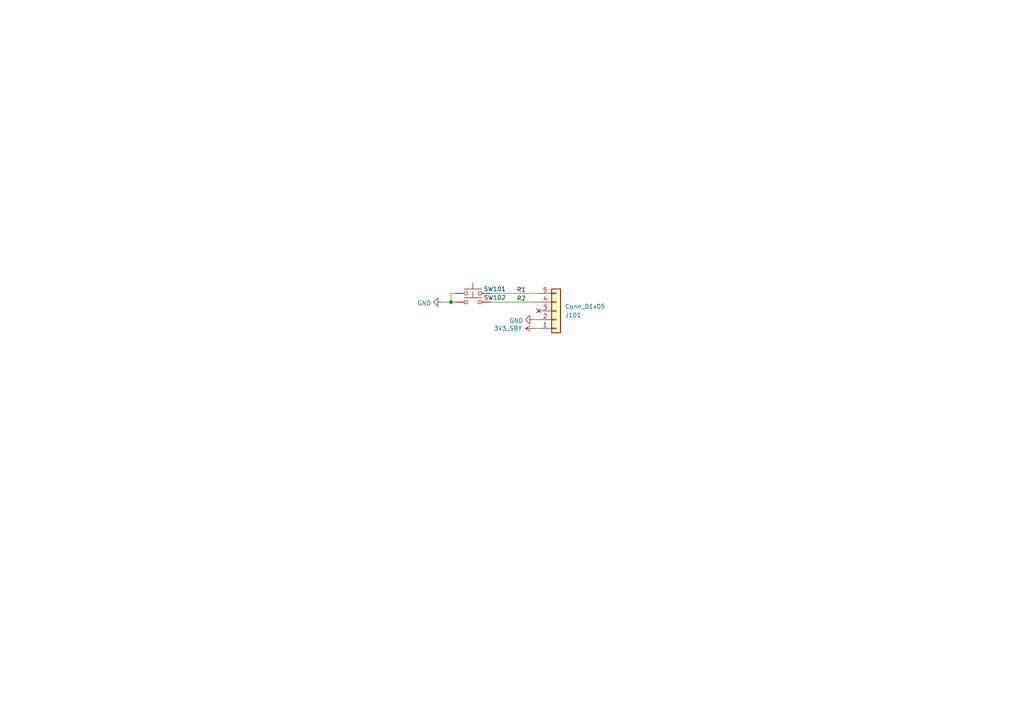
<source format=kicad_sch>
(kicad_sch (version 20230121) (generator eeschema)
  (paper "A4")
  (lib_symbols
    (symbol "Connector_Generic:Conn_01x05" (pin_names (offset 1.016) hide)
      (property "Reference" "J" (at 0 7.62 0))
      (property "Value" "Conn_01x05" (at 0 -7.62 0))
      (symbol "Conn_01x05_1_1"
        (rectangle (start -1.27 -4.953) (end 0 -5.207) (stroke (width 0.1524)))
        (rectangle (start -1.27 -2.413) (end 0 -2.667) (stroke (width 0.1524)))
        (rectangle (start -1.27 0.127) (end 0 -0.127) (stroke (width 0.1524)))
        (rectangle (start -1.27 2.667) (end 0 2.413) (stroke (width 0.1524)))
        (rectangle (start -1.27 5.207) (end 0 4.953) (stroke (width 0.1524)))
        (rectangle (start -1.27 6.35) (end 1.27 -6.35) (stroke (width 0.254)) (fill (type background)))
        (pin passive line (at -5.08 5.08 0) (length 3.81) (name "Pin_1") (number "1"))
        (pin passive line (at -5.08 2.54 0) (length 3.81) (name "Pin_2") (number "2"))
        (pin passive line (at -5.08 0 0) (length 3.81) (name "Pin_3") (number "3"))
        (pin passive line (at -5.08 -2.54 0) (length 3.81) (name "Pin_4") (number "4"))
        (pin passive line (at -5.08 -5.08 0) (length 3.81) (name "Pin_5") (number "5"))
      )
    )
    (symbol "PS2:3V5_SBY" (power) (pin_names (offset 0))
      (property "Value" "3V3_SBY" (at 0 3.556 0))
      (symbol "3V5_SBY_0_1"
        (polyline (pts (xy -0.762 1.27) (xy 0 2.54)))
        (polyline (pts (xy 0 0) (xy 0 2.54)))
        (polyline (pts (xy 0 2.54) (xy 0.762 1.27)))
      )
      (symbol "3V5_SBY_1_1"
        (pin power_in line (at 0 0 90) (length 0) hide (name "3V3_SBY") (number "1"))
      )
    )
    (symbol "Switch:SW_Push" (pin_numbers hide) (pin_names (offset 1.016) hide)
      (property "Reference" "SW" (at 1.27 2.54 0))
      (property "Value" "SW_Push" (at 0 -1.524 0))
      (symbol "SW_Push_0_1"
        (circle (center -2.032 0) (radius 0.508))
        (polyline (pts (xy 0 1.27) (xy 0 3.048)))
        (polyline (pts (xy 2.54 1.27) (xy -2.54 1.27)))
        (circle (center 2.032 0) (radius 0.508))
        (pin passive line (at -5.08 0 0) (length 2.54) (name "1") (number "1"))
        (pin passive line (at 5.08 0 180) (length 2.54) (name "2") (number "2"))
      )
    )
    (symbol "power:GND" (power) (pin_names (offset 0))
      (property "Value" "GND" (at 0 -3.81 0))
      (symbol "GND_0_1"
        (polyline (pts (xy 0 0) (xy 0 -1.27) (xy 1.27 -1.27) (xy 0 -2.54) (xy -1.27 -1.27) (xy 0 -1.27)))
      )
      (symbol "GND_1_1"
        (pin power_in line (at 0 0 270) (length 0) hide (name "GND") (number "1"))
      )
    )
  )
  (junction (at 130.81 87.63))
  (no_connect (at 156.21 90.17))
  (wire (pts (xy 130.81 85.09) (xy 130.81 87.63)))
  (wire (pts (xy 142.24 87.63) (xy 156.21 87.63)))
  (wire (pts (xy 142.24 85.09) (xy 156.21 85.09)))
  (wire (pts (xy 132.08 85.09) (xy 130.81 85.09)))
  (wire (pts (xy 128.27 87.63) (xy 130.81 87.63)))
  (wire (pts (xy 130.81 87.63) (xy 132.08 87.63)))
  (wire (pts (xy 154.94 95.25) (xy 156.21 95.25)))
  (wire (pts (xy 154.94 92.71) (xy 156.21 92.71)))
  (label "R2" (at 149.86 87.63 0))
  (label "R1" (at 149.86 85.09 0))
  (symbol (lib_id "Switch:SW_Push") (at 137.16 87.63 0) (unit 1)
    (property "Reference" "SW102" (at 143.51 86.36 0))
    (property "Value" "SW" (effects hide))
    (property "Footprint" "PS2:SW_KSC222J_LFS" (effects hide))
    (property "Part Number" "KSC222J_LFS" (effects hide))
  )
  (symbol (lib_id "power:GND") (at 154.94 92.71 270) (unit 1)
    (property "Reference" "#PWR0131" (effects hide))
    (property "Value" "GND" (at 151.7651 93.0268 90) (effects (justify right)))
  )
  (symbol (lib_id "Connector_Generic:Conn_01x05") (at 161.29 90.17 0) (mirror x) (unit 1)
    (property "Reference" "J101" (at 163.83 91.44 0) (effects (justify left)))
    (property "Value" "Conn_01x05" (at 163.83 88.9 0) (effects (justify left)))
    (property "Footprint" "PS2:5034800540_FFC" (effects hide))
  )
  (symbol (lib_id "Switch:SW_Push") (at 137.16 85.09 0) (unit 1)
    (property "Reference" "SW101" (at 143.51 83.82 0))
    (property "Value" "SW" (effects hide))
    (property "Footprint" "PS2:SW_KSC222J_LFS" (effects hide))
    (property "Part Number" "KSC222J_LFS" (effects hide))
  )
  (symbol (lib_id "power:GND") (at 128.27 87.63 270) (unit 1)
    (property "Reference" "#PWR0101" (effects hide))
    (property "Value" "GND" (at 125.0951 87.9468 90) (effects (justify right)))
  )
  (symbol (lib_id "PS2:3V5_SBY") (at 154.94 95.25 90) (unit 1)
    (property "Reference" "#PWR0133" (effects hide))
    (property "Value" "3V3_SBY" (at 147.32 95.25 90))
  )
)
</source>
